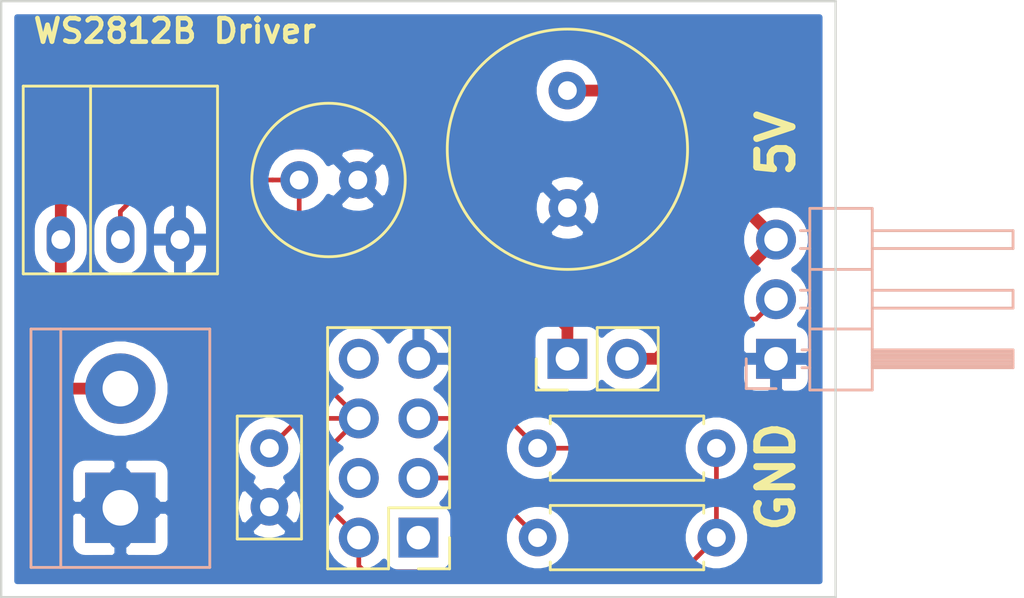
<source format=kicad_pcb>
(kicad_pcb (version 20171130) (host pcbnew 5.1.5+dfsg1-2build2)

  (general
    (thickness 1.6)
    (drawings 7)
    (tracks 43)
    (zones 0)
    (modules 10)
    (nets 7)
  )

  (page A4)
  (layers
    (0 F.Cu signal)
    (31 B.Cu signal)
    (32 B.Adhes user)
    (33 F.Adhes user)
    (34 B.Paste user)
    (35 F.Paste user)
    (36 B.SilkS user)
    (37 F.SilkS user)
    (38 B.Mask user)
    (39 F.Mask user)
    (40 Dwgs.User user)
    (41 Cmts.User user)
    (42 Eco1.User user)
    (43 Eco2.User user)
    (44 Edge.Cuts user)
    (45 Margin user)
    (46 B.CrtYd user)
    (47 F.CrtYd user)
    (48 B.Fab user)
    (49 F.Fab user)
  )

  (setup
    (last_trace_width 0.5)
    (user_trace_width 0.2)
    (user_trace_width 0.5)
    (user_trace_width 1)
    (user_trace_width 1.5)
    (trace_clearance 0.5)
    (zone_clearance 0.508)
    (zone_45_only no)
    (trace_min 0.2)
    (via_size 0.6)
    (via_drill 0.3)
    (via_min_size 0.6)
    (via_min_drill 0.3)
    (uvia_size 0.3)
    (uvia_drill 0.1)
    (uvias_allowed no)
    (uvia_min_size 0.2)
    (uvia_min_drill 0.1)
    (edge_width 0.05)
    (segment_width 0.2)
    (pcb_text_width 0.3)
    (pcb_text_size 1.5 1.5)
    (mod_edge_width 0.12)
    (mod_text_size 1 1)
    (mod_text_width 0.15)
    (pad_size 1.524 1.524)
    (pad_drill 0.762)
    (pad_to_mask_clearance 0.051)
    (solder_mask_min_width 0.25)
    (aux_axis_origin 124.46 115.57)
    (visible_elements FFFFFF7F)
    (pcbplotparams
      (layerselection 0x010fc_ffffffff)
      (usegerberextensions false)
      (usegerberattributes false)
      (usegerberadvancedattributes false)
      (creategerberjobfile false)
      (excludeedgelayer true)
      (linewidth 0.100000)
      (plotframeref false)
      (viasonmask false)
      (mode 1)
      (useauxorigin false)
      (hpglpennumber 1)
      (hpglpenspeed 20)
      (hpglpendiameter 15.000000)
      (psnegative false)
      (psa4output false)
      (plotreference true)
      (plotvalue true)
      (plotinvisibletext false)
      (padsonsilk false)
      (subtractmaskfromsilk false)
      (outputformat 1)
      (mirror false)
      (drillshape 0)
      (scaleselection 1)
      (outputdirectory ""))
  )

  (net 0 "")
  (net 1 "Net-(C1-Pad2)")
  (net 2 "Net-(C1-Pad1)")
  (net 3 "Net-(C2-Pad1)")
  (net 4 "Net-(J2-Pad2)")
  (net 5 "Net-(R2-Pad1)")
  (net 6 "Net-(J1-Pad2)")

  (net_class Default "This is the default net class."
    (clearance 0.5)
    (trace_width 0.2)
    (via_dia 0.6)
    (via_drill 0.3)
    (uvia_dia 0.3)
    (uvia_drill 0.1)
    (diff_pair_width 0.5)
    (diff_pair_gap 0.25)
    (add_net "Net-(C1-Pad1)")
    (add_net "Net-(C1-Pad2)")
    (add_net "Net-(C2-Pad1)")
    (add_net "Net-(J1-Pad2)")
    (add_net "Net-(J2-Pad2)")
    (add_net "Net-(R2-Pad1)")
    (add_net "Net-(U2-Pad1)")
    (add_net "Net-(U2-Pad4)")
    (add_net "Net-(U2-Pad8)")
  )

  (module TerminalBlock:TerminalBlock_bornier-2_P5.08mm (layer B.Cu) (tedit 59FF03AB) (tstamp 5FC40F8B)
    (at 130.81 110.49 90)
    (descr "simple 2-pin terminal block, pitch 5.08mm, revamped version of bornier2")
    (tags "terminal block bornier2")
    (path /5FC3D749)
    (fp_text reference J1 (at 11.43 10.16 -90) (layer B.SilkS) hide
      (effects (font (size 1 1) (thickness 0.15)) (justify mirror))
    )
    (fp_text value Screw_Terminal_01x02 (at 2.54 -5.08 -90) (layer B.Fab) hide
      (effects (font (size 1 1) (thickness 0.15)) (justify mirror))
    )
    (fp_line (start 7.79 -4) (end -2.71 -4) (layer B.CrtYd) (width 0.05))
    (fp_line (start 7.79 -4) (end 7.79 4) (layer B.CrtYd) (width 0.05))
    (fp_line (start -2.71 4) (end -2.71 -4) (layer B.CrtYd) (width 0.05))
    (fp_line (start -2.71 4) (end 7.79 4) (layer B.CrtYd) (width 0.05))
    (fp_line (start -2.54 -3.81) (end 7.62 -3.81) (layer B.SilkS) (width 0.12))
    (fp_line (start -2.54 3.81) (end -2.54 -3.81) (layer B.SilkS) (width 0.12))
    (fp_line (start 7.62 3.81) (end -2.54 3.81) (layer B.SilkS) (width 0.12))
    (fp_line (start 7.62 -3.81) (end 7.62 3.81) (layer B.SilkS) (width 0.12))
    (fp_line (start 7.62 -2.54) (end -2.54 -2.54) (layer B.SilkS) (width 0.12))
    (fp_line (start 7.54 3.75) (end -2.46 3.75) (layer B.Fab) (width 0.1))
    (fp_line (start 7.54 -3.75) (end 7.54 3.75) (layer B.Fab) (width 0.1))
    (fp_line (start -2.46 -3.75) (end 7.54 -3.75) (layer B.Fab) (width 0.1))
    (fp_line (start -2.46 3.75) (end -2.46 -3.75) (layer B.Fab) (width 0.1))
    (fp_line (start -2.41 -2.55) (end 7.49 -2.55) (layer B.Fab) (width 0.1))
    (fp_text user %R (at 2.54 0 -90) (layer B.Fab) hide
      (effects (font (size 1 1) (thickness 0.15)) (justify mirror))
    )
    (pad 2 thru_hole circle (at 5.08 0 90) (size 3 3) (drill 1.52) (layers *.Cu *.Mask)
      (net 6 "Net-(J1-Pad2)"))
    (pad 1 thru_hole rect (at 0 0 90) (size 3 3) (drill 1.52) (layers *.Cu *.Mask)
      (net 1 "Net-(C1-Pad2)"))
    (model ${KISYS3DMOD}/TerminalBlock.3dshapes/TerminalBlock_bornier-2_P5.08mm.wrl
      (offset (xyz 2.539999961853027 0 0))
      (scale (xyz 1 1 1))
      (rotate (xyz 0 0 0))
    )
  )

  (module Capacitor_THT:C_Radial_D6.3mm_H11.0mm_P2.50mm (layer F.Cu) (tedit 5BC5C9B9) (tstamp 5FC9F011)
    (at 138.43 96.52)
    (descr "C, Radial series, Radial, pin pitch=2.50mm, diameter=6.3mm, height=11mm, Non-Polar Electrolytic Capacitor")
    (tags "C Radial series Radial pin pitch 2.50mm diameter 6.3mm height 11mm Non-Polar Electrolytic Capacitor")
    (path /5FCE6F16)
    (fp_text reference C3 (at 1.25 -4.4) (layer F.SilkS) hide
      (effects (font (size 1 1) (thickness 0.15)))
    )
    (fp_text value 100uF (at 1.27 -2.54) (layer F.Fab) hide
      (effects (font (size 1 1) (thickness 0.15)))
    )
    (fp_text user %R (at 1.25 0) (layer F.Fab) hide
      (effects (font (size 1 1) (thickness 0.15)))
    )
    (fp_circle (center 1.25 0) (end 4.65 0) (layer F.CrtYd) (width 0.05))
    (fp_circle (center 1.25 0) (end 4.52 0) (layer F.SilkS) (width 0.12))
    (fp_circle (center 1.25 0) (end 4.4 0) (layer F.Fab) (width 0.1))
    (pad 2 thru_hole circle (at 2.5 0) (size 1.6 1.6) (drill 0.8) (layers *.Cu *.Mask)
      (net 1 "Net-(C1-Pad2)"))
    (pad 1 thru_hole circle (at 0 0) (size 1.6 1.6) (drill 0.8) (layers *.Cu *.Mask)
      (net 2 "Net-(C1-Pad1)"))
    (model ${KISYS3DMOD}/Capacitor_THT.3dshapes/C_Radial_D6.3mm_H11.0mm_P2.50mm.wrl
      (at (xyz 0 0 0))
      (scale (xyz 1 1 1))
      (rotate (xyz 0 0 0))
    )
  )

  (module Capacitor_THT:C_Radial_D10.0mm_H20.0mm_P5.00mm (layer F.Cu) (tedit 5BC5C9BA) (tstamp 5FC44566)
    (at 149.86 92.71 270)
    (descr "C, Radial series, Radial, pin pitch=5.00mm, diameter=10mm, height=20mm, Non-Polar Electrolytic Capacitor")
    (tags "C Radial series Radial pin pitch 5.00mm diameter 10mm height 20mm Non-Polar Electrolytic Capacitor")
    (path /5FC41AFE)
    (fp_text reference C2 (at 2.5 -6.25 90) (layer F.SilkS) hide
      (effects (font (size 1 1) (thickness 0.15)))
    )
    (fp_text value 1000uF (at 2.5 6.25 90) (layer F.Fab) hide
      (effects (font (size 1 1) (thickness 0.15)))
    )
    (fp_text user %R (at 2.5 0 90) (layer F.Fab) hide
      (effects (font (size 1 1) (thickness 0.15)))
    )
    (fp_circle (center 2.5 0) (end 7.75 0) (layer F.CrtYd) (width 0.05))
    (fp_circle (center 2.5 0) (end 7.62 0) (layer F.SilkS) (width 0.12))
    (fp_circle (center 2.5 0) (end 7.5 0) (layer F.Fab) (width 0.1))
    (pad 2 thru_hole circle (at 5 0 270) (size 1.6 1.6) (drill 0.8) (layers *.Cu *.Mask)
      (net 1 "Net-(C1-Pad2)"))
    (pad 1 thru_hole circle (at 0 0 270) (size 1.6 1.6) (drill 0.8) (layers *.Cu *.Mask)
      (net 3 "Net-(C2-Pad1)"))
    (model ${KISYS3DMOD}/Capacitor_THT.3dshapes/C_Radial_D10.0mm_H20.0mm_P5.00mm.wrl
      (at (xyz 0 0 0))
      (scale (xyz 1 1 1))
      (rotate (xyz 0 0 0))
    )
  )

  (module Connector_PinSocket_2.54mm:PinSocket_2x04_P2.54mm_Vertical (layer F.Cu) (tedit 5FC3BE4E) (tstamp 5FC40FFE)
    (at 140.97 111.76 180)
    (descr "Through hole straight socket strip, 2x04, 2.54mm pitch, double cols (from Kicad 4.0.7), script generated")
    (tags "Through hole socket strip THT 2x04 2.54mm double row")
    (path /5FD2F991)
    (fp_text reference U2 (at -3.81 -2.77 180) (layer F.SilkS) hide
      (effects (font (size 1 1) (thickness 0.15)))
    )
    (fp_text value ESP01 (at -3.81 10.39 180) (layer F.Fab) hide
      (effects (font (size 1 1) (thickness 0.15)))
    )
    (fp_text user %R (at -3.81 3.81 270) (layer F.Fab) hide
      (effects (font (size 1 1) (thickness 0.15)))
    )
    (fp_line (start 1.8 9.4) (end 1.8 -1.8) (layer F.CrtYd) (width 0.05))
    (fp_line (start -4.3 9.4) (end 1.8 9.4) (layer F.CrtYd) (width 0.05))
    (fp_line (start -4.3 -1.8) (end -4.3 9.4) (layer F.CrtYd) (width 0.05))
    (fp_line (start 1.8 -1.8) (end -4.3 -1.8) (layer F.CrtYd) (width 0.05))
    (fp_line (start -2.54 -1.33) (end -3.87 -1.33) (layer F.SilkS) (width 0.12))
    (fp_line (start -3.87 -1.33) (end -3.87 0) (layer F.SilkS) (width 0.12))
    (fp_line (start -1.27 -1.33) (end -1.27 1.27) (layer F.SilkS) (width 0.12))
    (fp_line (start -1.27 1.27) (end -3.87 1.27) (layer F.SilkS) (width 0.12))
    (fp_line (start -3.87 1.27) (end -3.87 8.95) (layer F.SilkS) (width 0.12))
    (fp_line (start 1.33 8.95) (end -3.87 8.95) (layer F.SilkS) (width 0.12))
    (fp_line (start 1.33 -1.33) (end 1.33 8.95) (layer F.SilkS) (width 0.12))
    (fp_line (start 1.33 -1.33) (end -1.27 -1.33) (layer F.SilkS) (width 0.12))
    (fp_line (start 1.27 8.89) (end 1.27 -1.27) (layer F.Fab) (width 0.1))
    (fp_line (start -3.81 8.89) (end 1.27 8.89) (layer F.Fab) (width 0.1))
    (fp_line (start -3.81 -0.27) (end -3.81 8.89) (layer F.Fab) (width 0.1))
    (fp_line (start -2.81 -1.27) (end -3.81 -0.27) (layer F.Fab) (width 0.1))
    (fp_line (start 1.27 -1.27) (end -2.81 -1.27) (layer F.Fab) (width 0.1))
    (pad 8 thru_hole oval (at 0 7.62 180) (size 1.7 1.7) (drill 1) (layers *.Cu *.Mask))
    (pad 7 thru_hole oval (at -2.54 7.62 180) (size 1.7 1.7) (drill 1) (layers *.Cu *.Mask)
      (net 1 "Net-(C1-Pad2)"))
    (pad 6 thru_hole oval (at 0 5.08 180) (size 1.7 1.7) (drill 1) (layers *.Cu *.Mask)
      (net 2 "Net-(C1-Pad1)"))
    (pad 5 thru_hole oval (at -2.54 5.08 180) (size 1.7 1.7) (drill 1) (layers *.Cu *.Mask)
      (net 4 "Net-(J2-Pad2)"))
    (pad 4 thru_hole oval (at 0 2.54 180) (size 1.7 1.7) (drill 1) (layers *.Cu *.Mask))
    (pad 3 thru_hole oval (at -2.54 2.54 180) (size 1.7 1.7) (drill 1) (layers *.Cu *.Mask)
      (net 5 "Net-(R2-Pad1)"))
    (pad 2 thru_hole oval (at 0 0 180) (size 1.7 1.7) (drill 1) (layers *.Cu *.Mask)
      (net 2 "Net-(C1-Pad1)"))
    (pad 1 thru_hole rect (at -2.54 0 180) (size 1.7 1.7) (drill 1) (layers *.Cu *.Mask))
    (model ${KISYS3DMOD}/Connector_PinSocket_2.54mm.3dshapes/PinSocket_2x04_P2.54mm_Vertical.wrl
      (at (xyz 0 0 0))
      (scale (xyz 1 1 1))
      (rotate (xyz 0 0 0))
    )
  )

  (module Connector_PinHeader_2.54mm:PinHeader_1x03_P2.54mm_Horizontal (layer B.Cu) (tedit 59FED5CB) (tstamp 5FC40FA2)
    (at 158.75 104.14)
    (descr "Through hole angled pin header, 1x03, 2.54mm pitch, 6mm pin length, single row")
    (tags "Through hole angled pin header THT 1x03 2.54mm single row")
    (path /5FC43EC4)
    (fp_text reference J2 (at 4.385 -4.81) (layer F.SilkS) hide
      (effects (font (size 1 1) (thickness 0.15)))
    )
    (fp_text value Conn_01x03_Male (at 4.385 4.81) (layer F.Fab) hide
      (effects (font (size 1 1) (thickness 0.15)))
    )
    (fp_text user %R (at 2.77 0 90) (layer F.Fab) hide
      (effects (font (size 1 1) (thickness 0.15)))
    )
    (fp_line (start 10.55 1.8) (end -1.8 1.8) (layer B.CrtYd) (width 0.05))
    (fp_line (start 10.55 -6.85) (end 10.55 1.8) (layer B.CrtYd) (width 0.05))
    (fp_line (start -1.8 -6.85) (end 10.55 -6.85) (layer B.CrtYd) (width 0.05))
    (fp_line (start -1.8 1.8) (end -1.8 -6.85) (layer B.CrtYd) (width 0.05))
    (fp_line (start -1.27 1.27) (end 0 1.27) (layer B.SilkS) (width 0.12))
    (fp_line (start -1.27 0) (end -1.27 1.27) (layer B.SilkS) (width 0.12))
    (fp_line (start 1.042929 -5.46) (end 1.44 -5.46) (layer B.SilkS) (width 0.12))
    (fp_line (start 1.042929 -4.7) (end 1.44 -4.7) (layer B.SilkS) (width 0.12))
    (fp_line (start 10.1 -5.46) (end 4.1 -5.46) (layer B.SilkS) (width 0.12))
    (fp_line (start 10.1 -4.7) (end 10.1 -5.46) (layer B.SilkS) (width 0.12))
    (fp_line (start 4.1 -4.7) (end 10.1 -4.7) (layer B.SilkS) (width 0.12))
    (fp_line (start 1.44 -3.81) (end 4.1 -3.81) (layer B.SilkS) (width 0.12))
    (fp_line (start 1.042929 -2.92) (end 1.44 -2.92) (layer B.SilkS) (width 0.12))
    (fp_line (start 1.042929 -2.16) (end 1.44 -2.16) (layer B.SilkS) (width 0.12))
    (fp_line (start 10.1 -2.92) (end 4.1 -2.92) (layer B.SilkS) (width 0.12))
    (fp_line (start 10.1 -2.16) (end 10.1 -2.92) (layer B.SilkS) (width 0.12))
    (fp_line (start 4.1 -2.16) (end 10.1 -2.16) (layer B.SilkS) (width 0.12))
    (fp_line (start 1.44 -1.27) (end 4.1 -1.27) (layer B.SilkS) (width 0.12))
    (fp_line (start 1.11 -0.38) (end 1.44 -0.38) (layer B.SilkS) (width 0.12))
    (fp_line (start 1.11 0.38) (end 1.44 0.38) (layer B.SilkS) (width 0.12))
    (fp_line (start 4.1 -0.28) (end 10.1 -0.28) (layer B.SilkS) (width 0.12))
    (fp_line (start 4.1 -0.16) (end 10.1 -0.16) (layer B.SilkS) (width 0.12))
    (fp_line (start 4.1 -0.04) (end 10.1 -0.04) (layer B.SilkS) (width 0.12))
    (fp_line (start 4.1 0.08) (end 10.1 0.08) (layer B.SilkS) (width 0.12))
    (fp_line (start 4.1 0.2) (end 10.1 0.2) (layer B.SilkS) (width 0.12))
    (fp_line (start 4.1 0.32) (end 10.1 0.32) (layer B.SilkS) (width 0.12))
    (fp_line (start 10.1 -0.38) (end 4.1 -0.38) (layer B.SilkS) (width 0.12))
    (fp_line (start 10.1 0.38) (end 10.1 -0.38) (layer B.SilkS) (width 0.12))
    (fp_line (start 4.1 0.38) (end 10.1 0.38) (layer B.SilkS) (width 0.12))
    (fp_line (start 4.1 1.33) (end 1.44 1.33) (layer B.SilkS) (width 0.12))
    (fp_line (start 4.1 -6.41) (end 4.1 1.33) (layer B.SilkS) (width 0.12))
    (fp_line (start 1.44 -6.41) (end 4.1 -6.41) (layer B.SilkS) (width 0.12))
    (fp_line (start 1.44 1.33) (end 1.44 -6.41) (layer B.SilkS) (width 0.12))
    (fp_line (start 4.04 -5.4) (end 10.04 -5.4) (layer B.Fab) (width 0.1))
    (fp_line (start 10.04 -4.76) (end 10.04 -5.4) (layer B.Fab) (width 0.1))
    (fp_line (start 4.04 -4.76) (end 10.04 -4.76) (layer B.Fab) (width 0.1))
    (fp_line (start -0.32 -5.4) (end 1.5 -5.4) (layer B.Fab) (width 0.1))
    (fp_line (start -0.32 -4.76) (end -0.32 -5.4) (layer B.Fab) (width 0.1))
    (fp_line (start -0.32 -4.76) (end 1.5 -4.76) (layer B.Fab) (width 0.1))
    (fp_line (start 4.04 -2.86) (end 10.04 -2.86) (layer B.Fab) (width 0.1))
    (fp_line (start 10.04 -2.22) (end 10.04 -2.86) (layer B.Fab) (width 0.1))
    (fp_line (start 4.04 -2.22) (end 10.04 -2.22) (layer B.Fab) (width 0.1))
    (fp_line (start -0.32 -2.86) (end 1.5 -2.86) (layer B.Fab) (width 0.1))
    (fp_line (start -0.32 -2.22) (end -0.32 -2.86) (layer B.Fab) (width 0.1))
    (fp_line (start -0.32 -2.22) (end 1.5 -2.22) (layer B.Fab) (width 0.1))
    (fp_line (start 4.04 -0.32) (end 10.04 -0.32) (layer B.Fab) (width 0.1))
    (fp_line (start 10.04 0.32) (end 10.04 -0.32) (layer B.Fab) (width 0.1))
    (fp_line (start 4.04 0.32) (end 10.04 0.32) (layer B.Fab) (width 0.1))
    (fp_line (start -0.32 -0.32) (end 1.5 -0.32) (layer B.Fab) (width 0.1))
    (fp_line (start -0.32 0.32) (end -0.32 -0.32) (layer B.Fab) (width 0.1))
    (fp_line (start -0.32 0.32) (end 1.5 0.32) (layer B.Fab) (width 0.1))
    (fp_line (start 1.5 0.635) (end 2.135 1.27) (layer B.Fab) (width 0.1))
    (fp_line (start 1.5 -6.35) (end 1.5 0.635) (layer B.Fab) (width 0.1))
    (fp_line (start 4.04 -6.35) (end 1.5 -6.35) (layer B.Fab) (width 0.1))
    (fp_line (start 4.04 1.27) (end 4.04 -6.35) (layer B.Fab) (width 0.1))
    (fp_line (start 2.135 1.27) (end 4.04 1.27) (layer B.Fab) (width 0.1))
    (pad 3 thru_hole oval (at 0 -5.08) (size 1.7 1.7) (drill 1) (layers *.Cu *.Mask)
      (net 3 "Net-(C2-Pad1)"))
    (pad 2 thru_hole oval (at 0 -2.54) (size 1.7 1.7) (drill 1) (layers *.Cu *.Mask)
      (net 4 "Net-(J2-Pad2)"))
    (pad 1 thru_hole rect (at 0 0) (size 1.7 1.7) (drill 1) (layers *.Cu *.Mask)
      (net 1 "Net-(C1-Pad2)"))
    (model ${KISYS3DMOD}/Connector_PinHeader_2.54mm.3dshapes/PinHeader_1x03_P2.54mm_Horizontal.wrl
      (at (xyz 0 0 0))
      (scale (xyz 1 1 1))
      (rotate (xyz 0 0 0))
    )
  )

  (module Connector_PinHeader_2.54mm:PinHeader_1x02_P2.54mm_Vertical (layer F.Cu) (tedit 59FED5CC) (tstamp 5FC427A6)
    (at 149.86 104.14 90)
    (descr "Through hole straight pin header, 1x02, 2.54mm pitch, single row")
    (tags "Through hole pin header THT 1x02 2.54mm single row")
    (path /5FD5CD70)
    (fp_text reference SW1 (at 0 -2.33 90) (layer F.SilkS) hide
      (effects (font (size 1 1) (thickness 0.15)))
    )
    (fp_text value SW_SPST (at 2.54 1.27 180) (layer F.Fab) hide
      (effects (font (size 1 1) (thickness 0.15)))
    )
    (fp_text user %R (at 0 1.27) (layer F.Fab) hide
      (effects (font (size 1 1) (thickness 0.15)))
    )
    (fp_line (start 1.8 -1.8) (end -1.8 -1.8) (layer F.CrtYd) (width 0.05))
    (fp_line (start 1.8 4.35) (end 1.8 -1.8) (layer F.CrtYd) (width 0.05))
    (fp_line (start -1.8 4.35) (end 1.8 4.35) (layer F.CrtYd) (width 0.05))
    (fp_line (start -1.8 -1.8) (end -1.8 4.35) (layer F.CrtYd) (width 0.05))
    (fp_line (start -1.33 -1.33) (end 0 -1.33) (layer F.SilkS) (width 0.12))
    (fp_line (start -1.33 0) (end -1.33 -1.33) (layer F.SilkS) (width 0.12))
    (fp_line (start -1.33 1.27) (end 1.33 1.27) (layer F.SilkS) (width 0.12))
    (fp_line (start 1.33 1.27) (end 1.33 3.87) (layer F.SilkS) (width 0.12))
    (fp_line (start -1.33 1.27) (end -1.33 3.87) (layer F.SilkS) (width 0.12))
    (fp_line (start -1.33 3.87) (end 1.33 3.87) (layer F.SilkS) (width 0.12))
    (fp_line (start -1.27 -0.635) (end -0.635 -1.27) (layer F.Fab) (width 0.1))
    (fp_line (start -1.27 3.81) (end -1.27 -0.635) (layer F.Fab) (width 0.1))
    (fp_line (start 1.27 3.81) (end -1.27 3.81) (layer F.Fab) (width 0.1))
    (fp_line (start 1.27 -1.27) (end 1.27 3.81) (layer F.Fab) (width 0.1))
    (fp_line (start -0.635 -1.27) (end 1.27 -1.27) (layer F.Fab) (width 0.1))
    (pad 2 thru_hole oval (at 0 2.54 90) (size 1.7 1.7) (drill 1) (layers *.Cu *.Mask)
      (net 3 "Net-(C2-Pad1)"))
    (pad 1 thru_hole rect (at 0 0 90) (size 1.7 1.7) (drill 1) (layers *.Cu *.Mask)
      (net 6 "Net-(J1-Pad2)"))
    (model ${KISYS3DMOD}/Connector_PinHeader_2.54mm.3dshapes/PinHeader_1x02_P2.54mm_Vertical.wrl
      (at (xyz 0 0 0))
      (scale (xyz 1 1 1))
      (rotate (xyz 0 0 0))
    )
  )

  (module Custom_Parts:AMS1117 (layer F.Cu) (tedit 5FC38A2C) (tstamp 5FC40FE0)
    (at 130.81 96.52)
    (path /5FC3EA69)
    (fp_text reference U1 (at 0 5) (layer F.SilkS) hide
      (effects (font (size 1 1) (thickness 0.15)))
    )
    (fp_text value AMS1117-3.3 (at 0 -5) (layer F.Fab) hide
      (effects (font (size 1 1) (thickness 0.15)))
    )
    (fp_line (start -3.39 3.79) (end -3.39 1.29) (layer F.CrtYd) (width 0.05))
    (fp_line (start 3.39 3.79) (end -3.39 3.79) (layer F.CrtYd) (width 0.05))
    (fp_line (start 3.39 1.29) (end 3.39 3.79) (layer F.CrtYd) (width 0.05))
    (fp_line (start -3.39 1.29) (end 3.39 1.29) (layer F.CrtYd) (width 0.05))
    (fp_line (start -1.27 -4) (end -1.27 4) (layer F.SilkS) (width 0.12))
    (fp_line (start -4.14 4) (end -4.14 -4) (layer F.SilkS) (width 0.12))
    (fp_line (start 4.14 4) (end -4.14 4) (layer F.SilkS) (width 0.12))
    (fp_line (start 4.14 -4) (end 4.14 4) (layer F.SilkS) (width 0.12))
    (fp_line (start -4.14 -4) (end 4.14 -4) (layer F.SilkS) (width 0.12))
    (pad 1 thru_hole oval (at 2.54 2.54) (size 1.2 2) (drill 0.8) (layers *.Cu *.Mask)
      (net 1 "Net-(C1-Pad2)"))
    (pad 2 thru_hole oval (at 0 2.54) (size 1.2 2) (drill 0.8) (layers *.Cu *.Mask)
      (net 2 "Net-(C1-Pad1)"))
    (pad 3 thru_hole oval (at -2.54 2.54 180) (size 1.2 2) (drill 0.8) (layers *.Cu *.Mask)
      (net 6 "Net-(J1-Pad2)"))
  )

  (module Resistor_THT:R_Axial_DIN0207_L6.3mm_D2.5mm_P7.62mm_Horizontal (layer F.Cu) (tedit 5AE5139B) (tstamp 5FC41813)
    (at 148.59 111.76)
    (descr "Resistor, Axial_DIN0207 series, Axial, Horizontal, pin pitch=7.62mm, 0.25W = 1/4W, length*diameter=6.3*2.5mm^2, http://cdn-reichelt.de/documents/datenblatt/B400/1_4W%23YAG.pdf")
    (tags "Resistor Axial_DIN0207 series Axial Horizontal pin pitch 7.62mm 0.25W = 1/4W length 6.3mm diameter 2.5mm")
    (path /5FC40741)
    (fp_text reference R2 (at 3.81 -2.37) (layer F.SilkS) hide
      (effects (font (size 1 1) (thickness 0.15)))
    )
    (fp_text value 10K (at 3.81 0) (layer F.Fab) hide
      (effects (font (size 1 1) (thickness 0.15)))
    )
    (fp_text user %R (at 3.81 0) (layer F.Fab) hide
      (effects (font (size 1 1) (thickness 0.15)))
    )
    (fp_line (start 8.67 -1.5) (end -1.05 -1.5) (layer F.CrtYd) (width 0.05))
    (fp_line (start 8.67 1.5) (end 8.67 -1.5) (layer F.CrtYd) (width 0.05))
    (fp_line (start -1.05 1.5) (end 8.67 1.5) (layer F.CrtYd) (width 0.05))
    (fp_line (start -1.05 -1.5) (end -1.05 1.5) (layer F.CrtYd) (width 0.05))
    (fp_line (start 7.08 1.37) (end 7.08 1.04) (layer F.SilkS) (width 0.12))
    (fp_line (start 0.54 1.37) (end 7.08 1.37) (layer F.SilkS) (width 0.12))
    (fp_line (start 0.54 1.04) (end 0.54 1.37) (layer F.SilkS) (width 0.12))
    (fp_line (start 7.08 -1.37) (end 7.08 -1.04) (layer F.SilkS) (width 0.12))
    (fp_line (start 0.54 -1.37) (end 7.08 -1.37) (layer F.SilkS) (width 0.12))
    (fp_line (start 0.54 -1.04) (end 0.54 -1.37) (layer F.SilkS) (width 0.12))
    (fp_line (start 7.62 0) (end 6.96 0) (layer F.Fab) (width 0.1))
    (fp_line (start 0 0) (end 0.66 0) (layer F.Fab) (width 0.1))
    (fp_line (start 6.96 -1.25) (end 0.66 -1.25) (layer F.Fab) (width 0.1))
    (fp_line (start 6.96 1.25) (end 6.96 -1.25) (layer F.Fab) (width 0.1))
    (fp_line (start 0.66 1.25) (end 6.96 1.25) (layer F.Fab) (width 0.1))
    (fp_line (start 0.66 -1.25) (end 0.66 1.25) (layer F.Fab) (width 0.1))
    (pad 2 thru_hole oval (at 7.62 0) (size 1.6 1.6) (drill 0.8) (layers *.Cu *.Mask)
      (net 2 "Net-(C1-Pad1)"))
    (pad 1 thru_hole circle (at 0 0) (size 1.6 1.6) (drill 0.8) (layers *.Cu *.Mask)
      (net 5 "Net-(R2-Pad1)"))
    (model ${KISYS3DMOD}/Resistor_THT.3dshapes/R_Axial_DIN0207_L6.3mm_D2.5mm_P7.62mm_Horizontal.wrl
      (at (xyz 0 0 0))
      (scale (xyz 1 1 1))
      (rotate (xyz 0 0 0))
    )
  )

  (module Resistor_THT:R_Axial_DIN0207_L6.3mm_D2.5mm_P7.62mm_Horizontal (layer F.Cu) (tedit 5AE5139B) (tstamp 5FC40FB9)
    (at 148.59 107.95)
    (descr "Resistor, Axial_DIN0207 series, Axial, Horizontal, pin pitch=7.62mm, 0.25W = 1/4W, length*diameter=6.3*2.5mm^2, http://cdn-reichelt.de/documents/datenblatt/B400/1_4W%23YAG.pdf")
    (tags "Resistor Axial_DIN0207 series Axial Horizontal pin pitch 7.62mm 0.25W = 1/4W length 6.3mm diameter 2.5mm")
    (path /5FC4109A)
    (fp_text reference R1 (at 3.81 -2.37 180) (layer F.SilkS) hide
      (effects (font (size 1 1) (thickness 0.15)))
    )
    (fp_text value 10K (at 3.81 0) (layer F.Fab) hide
      (effects (font (size 1 1) (thickness 0.15)))
    )
    (fp_text user %R (at 3.81 0) (layer F.Fab) hide
      (effects (font (size 1 1) (thickness 0.15)))
    )
    (fp_line (start 8.67 -1.5) (end -1.05 -1.5) (layer F.CrtYd) (width 0.05))
    (fp_line (start 8.67 1.5) (end 8.67 -1.5) (layer F.CrtYd) (width 0.05))
    (fp_line (start -1.05 1.5) (end 8.67 1.5) (layer F.CrtYd) (width 0.05))
    (fp_line (start -1.05 -1.5) (end -1.05 1.5) (layer F.CrtYd) (width 0.05))
    (fp_line (start 7.08 1.37) (end 7.08 1.04) (layer F.SilkS) (width 0.12))
    (fp_line (start 0.54 1.37) (end 7.08 1.37) (layer F.SilkS) (width 0.12))
    (fp_line (start 0.54 1.04) (end 0.54 1.37) (layer F.SilkS) (width 0.12))
    (fp_line (start 7.08 -1.37) (end 7.08 -1.04) (layer F.SilkS) (width 0.12))
    (fp_line (start 0.54 -1.37) (end 7.08 -1.37) (layer F.SilkS) (width 0.12))
    (fp_line (start 0.54 -1.04) (end 0.54 -1.37) (layer F.SilkS) (width 0.12))
    (fp_line (start 7.62 0) (end 6.96 0) (layer F.Fab) (width 0.1))
    (fp_line (start 0 0) (end 0.66 0) (layer F.Fab) (width 0.1))
    (fp_line (start 6.96 -1.25) (end 0.66 -1.25) (layer F.Fab) (width 0.1))
    (fp_line (start 6.96 1.25) (end 6.96 -1.25) (layer F.Fab) (width 0.1))
    (fp_line (start 0.66 1.25) (end 6.96 1.25) (layer F.Fab) (width 0.1))
    (fp_line (start 0.66 -1.25) (end 0.66 1.25) (layer F.Fab) (width 0.1))
    (pad 2 thru_hole oval (at 7.62 0) (size 1.6 1.6) (drill 0.8) (layers *.Cu *.Mask)
      (net 2 "Net-(C1-Pad1)"))
    (pad 1 thru_hole circle (at 0 0) (size 1.6 1.6) (drill 0.8) (layers *.Cu *.Mask)
      (net 4 "Net-(J2-Pad2)"))
    (model ${KISYS3DMOD}/Resistor_THT.3dshapes/R_Axial_DIN0207_L6.3mm_D2.5mm_P7.62mm_Horizontal.wrl
      (at (xyz 0 0 0))
      (scale (xyz 1 1 1))
      (rotate (xyz 0 0 0))
    )
  )

  (module Capacitor_THT:C_Disc_D5.0mm_W2.5mm_P2.50mm (layer F.Cu) (tedit 5AE50EF0) (tstamp 5FC40F4B)
    (at 137.16 107.95 270)
    (descr "C, Disc series, Radial, pin pitch=2.50mm, , diameter*width=5*2.5mm^2, Capacitor, http://cdn-reichelt.de/documents/datenblatt/B300/DS_KERKO_TC.pdf")
    (tags "C Disc series Radial pin pitch 2.50mm  diameter 5mm width 2.5mm Capacitor")
    (path /5FC4314D)
    (fp_text reference C1 (at 1.25 -2.5 90) (layer F.SilkS) hide
      (effects (font (size 1 1) (thickness 0.15)))
    )
    (fp_text value 100nF (at 1.25 2.5 90) (layer F.Fab) hide
      (effects (font (size 1 1) (thickness 0.15)))
    )
    (fp_text user %R (at 1.25 0 90) (layer F.Fab) hide
      (effects (font (size 1 1) (thickness 0.15)))
    )
    (fp_line (start 4 -1.5) (end -1.5 -1.5) (layer F.CrtYd) (width 0.05))
    (fp_line (start 4 1.5) (end 4 -1.5) (layer F.CrtYd) (width 0.05))
    (fp_line (start -1.5 1.5) (end 4 1.5) (layer F.CrtYd) (width 0.05))
    (fp_line (start -1.5 -1.5) (end -1.5 1.5) (layer F.CrtYd) (width 0.05))
    (fp_line (start 3.87 -1.37) (end 3.87 1.37) (layer F.SilkS) (width 0.12))
    (fp_line (start -1.37 -1.37) (end -1.37 1.37) (layer F.SilkS) (width 0.12))
    (fp_line (start -1.37 1.37) (end 3.87 1.37) (layer F.SilkS) (width 0.12))
    (fp_line (start -1.37 -1.37) (end 3.87 -1.37) (layer F.SilkS) (width 0.12))
    (fp_line (start 3.75 -1.25) (end -1.25 -1.25) (layer F.Fab) (width 0.1))
    (fp_line (start 3.75 1.25) (end 3.75 -1.25) (layer F.Fab) (width 0.1))
    (fp_line (start -1.25 1.25) (end 3.75 1.25) (layer F.Fab) (width 0.1))
    (fp_line (start -1.25 -1.25) (end -1.25 1.25) (layer F.Fab) (width 0.1))
    (pad 2 thru_hole circle (at 2.5 0 270) (size 1.6 1.6) (drill 0.8) (layers *.Cu *.Mask)
      (net 1 "Net-(C1-Pad2)"))
    (pad 1 thru_hole circle (at 0 0 270) (size 1.6 1.6) (drill 0.8) (layers *.Cu *.Mask)
      (net 2 "Net-(C1-Pad1)"))
    (model ${KISYS3DMOD}/Capacitor_THT.3dshapes/C_Disc_D5.0mm_W2.5mm_P2.50mm.wrl
      (at (xyz 0 0 0))
      (scale (xyz 1 1 1))
      (rotate (xyz 0 0 0))
    )
  )

  (gr_text GND (at 158.75 106.68 90) (layer F.SilkS)
    (effects (font (size 1.5 1.5) (thickness 0.3)) (justify right))
  )
  (gr_text 5V (at 158.75 96.52 90) (layer F.SilkS)
    (effects (font (size 1.5 1.5) (thickness 0.3)) (justify left))
  )
  (gr_text "WS2812B Driver" (at 127 90.17) (layer F.SilkS) (tstamp 5FC9F529)
    (effects (font (size 1 1) (thickness 0.2)) (justify left))
  )
  (gr_line (start 161.29 88.9) (end 161.29 114.3) (layer Edge.Cuts) (width 0.1))
  (gr_line (start 125.73 88.9) (end 161.29 88.9) (layer Edge.Cuts) (width 0.1))
  (gr_line (start 125.73 114.3) (end 125.73 88.9) (layer Edge.Cuts) (width 0.1))
  (gr_line (start 161.29 114.3) (end 125.73 114.3) (layer Edge.Cuts) (width 0.1))

  (segment (start 130.81 110.49) (end 132.08 110.49) (width 1) (layer B.Cu) (net 1))
  (segment (start 132.08 110.49) (end 129.54 110.49) (width 1) (layer B.Cu) (net 1))
  (segment (start 130.81 110.49) (end 130.81 109.22) (width 1) (layer B.Cu) (net 1))
  (segment (start 130.81 110.49) (end 130.81 111.76) (width 1) (layer B.Cu) (net 1))
  (segment (start 138.43 106.68) (end 137.16 107.95) (width 0.2) (layer F.Cu) (net 2))
  (segment (start 140.97 106.68) (end 138.43 106.68) (width 0.2) (layer F.Cu) (net 2))
  (segment (start 140.120001 110.910001) (end 140.97 111.76) (width 0.2) (layer F.Cu) (net 2))
  (segment (start 139.519999 110.309999) (end 140.120001 110.910001) (width 0.2) (layer F.Cu) (net 2))
  (segment (start 139.519999 108.130001) (end 139.519999 110.309999) (width 0.2) (layer F.Cu) (net 2))
  (segment (start 140.97 106.68) (end 139.519999 108.130001) (width 0.2) (layer F.Cu) (net 2))
  (segment (start 155.410001 112.559999) (end 156.21 111.76) (width 0.2) (layer F.Cu) (net 2))
  (segment (start 154.759999 113.210001) (end 155.410001 112.559999) (width 0.2) (layer F.Cu) (net 2))
  (segment (start 140.97 112.962081) (end 141.21792 113.210001) (width 0.2) (layer F.Cu) (net 2))
  (segment (start 141.21792 113.210001) (end 154.759999 113.210001) (width 0.2) (layer F.Cu) (net 2))
  (segment (start 140.97 111.76) (end 140.97 112.962081) (width 0.2) (layer F.Cu) (net 2))
  (segment (start 156.21 111.76) (end 156.21 107.95) (width 0.2) (layer F.Cu) (net 2))
  (segment (start 132.15 96.52) (end 137.29863 96.52) (width 0.2) (layer F.Cu) (net 2))
  (segment (start 137.29863 96.52) (end 138.43 96.52) (width 0.2) (layer F.Cu) (net 2))
  (segment (start 130.81 97.86) (end 132.15 96.52) (width 0.2) (layer F.Cu) (net 2))
  (segment (start 130.81 99.06) (end 130.81 97.86) (width 0.2) (layer F.Cu) (net 2))
  (segment (start 138.43 104.14) (end 140.97 106.68) (width 0.2) (layer F.Cu) (net 2))
  (segment (start 138.43 96.52) (end 138.43 104.14) (width 0.2) (layer F.Cu) (net 2))
  (segment (start 153.67 104.14) (end 158.75 99.06) (width 0.5) (layer F.Cu) (net 3))
  (segment (start 152.4 104.14) (end 153.67 104.14) (width 0.5) (layer F.Cu) (net 3))
  (segment (start 152.4 92.71) (end 158.75 99.06) (width 0.5) (layer F.Cu) (net 3))
  (segment (start 149.86 92.71) (end 152.4 92.71) (width 0.5) (layer F.Cu) (net 3))
  (segment (start 147.32 106.68) (end 148.59 107.95) (width 0.2) (layer F.Cu) (net 4))
  (segment (start 143.51 106.68) (end 147.32 106.68) (width 0.2) (layer F.Cu) (net 4))
  (segment (start 157.900001 102.449999) (end 158.75 101.6) (width 0.2) (layer F.Cu) (net 4))
  (segment (start 152.159998 107.95) (end 157.659999 102.449999) (width 0.2) (layer F.Cu) (net 4))
  (segment (start 157.659999 102.449999) (end 157.900001 102.449999) (width 0.2) (layer F.Cu) (net 4))
  (segment (start 148.59 107.95) (end 152.159998 107.95) (width 0.2) (layer F.Cu) (net 4))
  (segment (start 146.05 109.22) (end 148.59 111.76) (width 0.2) (layer F.Cu) (net 5))
  (segment (start 143.51 109.22) (end 146.05 109.22) (width 0.2) (layer F.Cu) (net 5))
  (segment (start 128.27 100.56) (end 128.27 99.06) (width 0.5) (layer F.Cu) (net 6))
  (segment (start 128.27 104.99132) (end 128.27 100.56) (width 0.5) (layer F.Cu) (net 6))
  (segment (start 128.68868 105.41) (end 128.27 104.99132) (width 0.5) (layer F.Cu) (net 6))
  (segment (start 130.81 105.41) (end 128.68868 105.41) (width 0.5) (layer F.Cu) (net 6))
  (segment (start 149.86 102.79) (end 149.86 104.14) (width 0.5) (layer F.Cu) (net 6))
  (segment (start 130.860001 94.969999) (end 142.039999 94.969999) (width 0.5) (layer F.Cu) (net 6))
  (segment (start 128.27 97.56) (end 130.860001 94.969999) (width 0.5) (layer F.Cu) (net 6))
  (segment (start 142.039999 94.969999) (end 149.86 102.79) (width 0.5) (layer F.Cu) (net 6))
  (segment (start 128.27 99.06) (end 128.27 97.56) (width 0.5) (layer F.Cu) (net 6))

  (zone (net 1) (net_name "Net-(C1-Pad2)") (layer B.Cu) (tstamp 0) (hatch edge 0.508)
    (connect_pads (clearance 0.508))
    (min_thickness 0.254)
    (fill yes (arc_segments 32) (thermal_gap 0.508) (thermal_bridge_width 0.508))
    (polygon
      (pts
        (xy 161.29 114.3) (xy 125.73 114.3) (xy 125.73 88.9) (xy 161.29 88.9)
      )
    )
    (filled_polygon
      (pts
        (xy 160.605001 113.615) (xy 126.415 113.615) (xy 126.415 111.99) (xy 128.671928 111.99) (xy 128.684188 112.114482)
        (xy 128.720498 112.23418) (xy 128.779463 112.344494) (xy 128.858815 112.441185) (xy 128.955506 112.520537) (xy 129.06582 112.579502)
        (xy 129.185518 112.615812) (xy 129.31 112.628072) (xy 130.52425 112.625) (xy 130.683 112.46625) (xy 130.683 110.617)
        (xy 130.937 110.617) (xy 130.937 112.46625) (xy 131.09575 112.625) (xy 132.31 112.628072) (xy 132.434482 112.615812)
        (xy 132.55418 112.579502) (xy 132.664494 112.520537) (xy 132.761185 112.441185) (xy 132.840537 112.344494) (xy 132.899502 112.23418)
        (xy 132.935812 112.114482) (xy 132.948072 111.99) (xy 132.946688 111.442702) (xy 136.346903 111.442702) (xy 136.418486 111.686671)
        (xy 136.673996 111.807571) (xy 136.948184 111.8763) (xy 137.230512 111.890217) (xy 137.51013 111.848787) (xy 137.776292 111.753603)
        (xy 137.901514 111.686671) (xy 137.973097 111.442702) (xy 137.16 110.629605) (xy 136.346903 111.442702) (xy 132.946688 111.442702)
        (xy 132.945 110.77575) (xy 132.78625 110.617) (xy 130.937 110.617) (xy 130.683 110.617) (xy 128.83375 110.617)
        (xy 128.675 110.77575) (xy 128.671928 111.99) (xy 126.415 111.99) (xy 126.415 110.520512) (xy 135.719783 110.520512)
        (xy 135.761213 110.80013) (xy 135.856397 111.066292) (xy 135.923329 111.191514) (xy 136.167298 111.263097) (xy 136.980395 110.45)
        (xy 137.339605 110.45) (xy 138.152702 111.263097) (xy 138.396671 111.191514) (xy 138.517571 110.936004) (xy 138.5863 110.661816)
        (xy 138.600217 110.379488) (xy 138.558787 110.09987) (xy 138.463603 109.833708) (xy 138.396671 109.708486) (xy 138.152702 109.636903)
        (xy 137.339605 110.45) (xy 136.980395 110.45) (xy 136.167298 109.636903) (xy 135.923329 109.708486) (xy 135.802429 109.963996)
        (xy 135.7337 110.238184) (xy 135.719783 110.520512) (xy 126.415 110.520512) (xy 126.415 108.99) (xy 128.671928 108.99)
        (xy 128.675 110.20425) (xy 128.83375 110.363) (xy 130.683 110.363) (xy 130.683 108.51375) (xy 130.937 108.51375)
        (xy 130.937 110.363) (xy 132.78625 110.363) (xy 132.945 110.20425) (xy 132.948072 108.99) (xy 132.935812 108.865518)
        (xy 132.899502 108.74582) (xy 132.840537 108.635506) (xy 132.761185 108.538815) (xy 132.664494 108.459463) (xy 132.55418 108.400498)
        (xy 132.434482 108.364188) (xy 132.31 108.351928) (xy 131.09575 108.355) (xy 130.937 108.51375) (xy 130.683 108.51375)
        (xy 130.52425 108.355) (xy 129.31 108.351928) (xy 129.185518 108.364188) (xy 129.06582 108.400498) (xy 128.955506 108.459463)
        (xy 128.858815 108.538815) (xy 128.779463 108.635506) (xy 128.720498 108.74582) (xy 128.684188 108.865518) (xy 128.671928 108.99)
        (xy 126.415 108.99) (xy 126.415 107.808665) (xy 135.725 107.808665) (xy 135.725 108.091335) (xy 135.780147 108.368574)
        (xy 135.88832 108.629727) (xy 136.045363 108.864759) (xy 136.245241 109.064637) (xy 136.445869 109.198692) (xy 136.418486 109.213329)
        (xy 136.346903 109.457298) (xy 137.16 110.270395) (xy 137.973097 109.457298) (xy 137.901514 109.213329) (xy 137.872659 109.199676)
        (xy 138.074759 109.064637) (xy 138.274637 108.864759) (xy 138.43168 108.629727) (xy 138.539853 108.368574) (xy 138.595 108.091335)
        (xy 138.595 107.808665) (xy 138.539853 107.531426) (xy 138.43168 107.270273) (xy 138.274637 107.035241) (xy 138.074759 106.835363)
        (xy 137.839727 106.67832) (xy 137.578574 106.570147) (xy 137.301335 106.515) (xy 137.018665 106.515) (xy 136.741426 106.570147)
        (xy 136.480273 106.67832) (xy 136.245241 106.835363) (xy 136.045363 107.035241) (xy 135.88832 107.270273) (xy 135.780147 107.531426)
        (xy 135.725 107.808665) (xy 126.415 107.808665) (xy 126.415 105.199721) (xy 128.675 105.199721) (xy 128.675 105.620279)
        (xy 128.757047 106.032756) (xy 128.917988 106.421302) (xy 129.151637 106.770983) (xy 129.449017 107.068363) (xy 129.798698 107.302012)
        (xy 130.187244 107.462953) (xy 130.599721 107.545) (xy 131.020279 107.545) (xy 131.432756 107.462953) (xy 131.821302 107.302012)
        (xy 132.170983 107.068363) (xy 132.468363 106.770983) (xy 132.702012 106.421302) (xy 132.862953 106.032756) (xy 132.945 105.620279)
        (xy 132.945 105.199721) (xy 132.862953 104.787244) (xy 132.702012 104.398698) (xy 132.468363 104.049017) (xy 132.413086 103.99374)
        (xy 139.485 103.99374) (xy 139.485 104.28626) (xy 139.542068 104.573158) (xy 139.65401 104.843411) (xy 139.816525 105.086632)
        (xy 140.023368 105.293475) (xy 140.19776 105.41) (xy 140.023368 105.526525) (xy 139.816525 105.733368) (xy 139.65401 105.976589)
        (xy 139.542068 106.246842) (xy 139.485 106.53374) (xy 139.485 106.82626) (xy 139.542068 107.113158) (xy 139.65401 107.383411)
        (xy 139.816525 107.626632) (xy 140.023368 107.833475) (xy 140.19776 107.95) (xy 140.023368 108.066525) (xy 139.816525 108.273368)
        (xy 139.65401 108.516589) (xy 139.542068 108.786842) (xy 139.485 109.07374) (xy 139.485 109.36626) (xy 139.542068 109.653158)
        (xy 139.65401 109.923411) (xy 139.816525 110.166632) (xy 140.023368 110.373475) (xy 140.19776 110.49) (xy 140.023368 110.606525)
        (xy 139.816525 110.813368) (xy 139.65401 111.056589) (xy 139.542068 111.326842) (xy 139.485 111.61374) (xy 139.485 111.90626)
        (xy 139.542068 112.193158) (xy 139.65401 112.463411) (xy 139.816525 112.706632) (xy 140.023368 112.913475) (xy 140.266589 113.07599)
        (xy 140.536842 113.187932) (xy 140.82374 113.245) (xy 141.11626 113.245) (xy 141.403158 113.187932) (xy 141.673411 113.07599)
        (xy 141.916632 112.913475) (xy 142.048487 112.78162) (xy 142.070498 112.85418) (xy 142.129463 112.964494) (xy 142.208815 113.061185)
        (xy 142.305506 113.140537) (xy 142.41582 113.199502) (xy 142.535518 113.235812) (xy 142.66 113.248072) (xy 144.36 113.248072)
        (xy 144.484482 113.235812) (xy 144.60418 113.199502) (xy 144.714494 113.140537) (xy 144.811185 113.061185) (xy 144.890537 112.964494)
        (xy 144.949502 112.85418) (xy 144.985812 112.734482) (xy 144.998072 112.61) (xy 144.998072 111.618665) (xy 147.155 111.618665)
        (xy 147.155 111.901335) (xy 147.210147 112.178574) (xy 147.31832 112.439727) (xy 147.475363 112.674759) (xy 147.675241 112.874637)
        (xy 147.910273 113.03168) (xy 148.171426 113.139853) (xy 148.448665 113.195) (xy 148.731335 113.195) (xy 149.008574 113.139853)
        (xy 149.269727 113.03168) (xy 149.504759 112.874637) (xy 149.704637 112.674759) (xy 149.86168 112.439727) (xy 149.969853 112.178574)
        (xy 150.025 111.901335) (xy 150.025 111.618665) (xy 154.775 111.618665) (xy 154.775 111.901335) (xy 154.830147 112.178574)
        (xy 154.93832 112.439727) (xy 155.095363 112.674759) (xy 155.295241 112.874637) (xy 155.530273 113.03168) (xy 155.791426 113.139853)
        (xy 156.068665 113.195) (xy 156.351335 113.195) (xy 156.628574 113.139853) (xy 156.889727 113.03168) (xy 157.124759 112.874637)
        (xy 157.324637 112.674759) (xy 157.48168 112.439727) (xy 157.589853 112.178574) (xy 157.645 111.901335) (xy 157.645 111.618665)
        (xy 157.589853 111.341426) (xy 157.48168 111.080273) (xy 157.324637 110.845241) (xy 157.124759 110.645363) (xy 156.889727 110.48832)
        (xy 156.628574 110.380147) (xy 156.351335 110.325) (xy 156.068665 110.325) (xy 155.791426 110.380147) (xy 155.530273 110.48832)
        (xy 155.295241 110.645363) (xy 155.095363 110.845241) (xy 154.93832 111.080273) (xy 154.830147 111.341426) (xy 154.775 111.618665)
        (xy 150.025 111.618665) (xy 149.969853 111.341426) (xy 149.86168 111.080273) (xy 149.704637 110.845241) (xy 149.504759 110.645363)
        (xy 149.269727 110.48832) (xy 149.008574 110.380147) (xy 148.731335 110.325) (xy 148.448665 110.325) (xy 148.171426 110.380147)
        (xy 147.910273 110.48832) (xy 147.675241 110.645363) (xy 147.475363 110.845241) (xy 147.31832 111.080273) (xy 147.210147 111.341426)
        (xy 147.155 111.618665) (xy 144.998072 111.618665) (xy 144.998072 110.91) (xy 144.985812 110.785518) (xy 144.949502 110.66582)
        (xy 144.890537 110.555506) (xy 144.811185 110.458815) (xy 144.714494 110.379463) (xy 144.60418 110.320498) (xy 144.53162 110.298487)
        (xy 144.663475 110.166632) (xy 144.82599 109.923411) (xy 144.937932 109.653158) (xy 144.995 109.36626) (xy 144.995 109.07374)
        (xy 144.937932 108.786842) (xy 144.82599 108.516589) (xy 144.663475 108.273368) (xy 144.456632 108.066525) (xy 144.28224 107.95)
        (xy 144.456632 107.833475) (xy 144.481442 107.808665) (xy 147.155 107.808665) (xy 147.155 108.091335) (xy 147.210147 108.368574)
        (xy 147.31832 108.629727) (xy 147.475363 108.864759) (xy 147.675241 109.064637) (xy 147.910273 109.22168) (xy 148.171426 109.329853)
        (xy 148.448665 109.385) (xy 148.731335 109.385) (xy 149.008574 109.329853) (xy 149.269727 109.22168) (xy 149.504759 109.064637)
        (xy 149.704637 108.864759) (xy 149.86168 108.629727) (xy 149.969853 108.368574) (xy 150.025 108.091335) (xy 150.025 107.808665)
        (xy 154.775 107.808665) (xy 154.775 108.091335) (xy 154.830147 108.368574) (xy 154.93832 108.629727) (xy 155.095363 108.864759)
        (xy 155.295241 109.064637) (xy 155.530273 109.22168) (xy 155.791426 109.329853) (xy 156.068665 109.385) (xy 156.351335 109.385)
        (xy 156.628574 109.329853) (xy 156.889727 109.22168) (xy 157.124759 109.064637) (xy 157.324637 108.864759) (xy 157.48168 108.629727)
        (xy 157.589853 108.368574) (xy 157.645 108.091335) (xy 157.645 107.808665) (xy 157.589853 107.531426) (xy 157.48168 107.270273)
        (xy 157.324637 107.035241) (xy 157.124759 106.835363) (xy 156.889727 106.67832) (xy 156.628574 106.570147) (xy 156.351335 106.515)
        (xy 156.068665 106.515) (xy 155.791426 106.570147) (xy 155.530273 106.67832) (xy 155.295241 106.835363) (xy 155.095363 107.035241)
        (xy 154.93832 107.270273) (xy 154.830147 107.531426) (xy 154.775 107.808665) (xy 150.025 107.808665) (xy 149.969853 107.531426)
        (xy 149.86168 107.270273) (xy 149.704637 107.035241) (xy 149.504759 106.835363) (xy 149.269727 106.67832) (xy 149.008574 106.570147)
        (xy 148.731335 106.515) (xy 148.448665 106.515) (xy 148.171426 106.570147) (xy 147.910273 106.67832) (xy 147.675241 106.835363)
        (xy 147.475363 107.035241) (xy 147.31832 107.270273) (xy 147.210147 107.531426) (xy 147.155 107.808665) (xy 144.481442 107.808665)
        (xy 144.663475 107.626632) (xy 144.82599 107.383411) (xy 144.937932 107.113158) (xy 144.995 106.82626) (xy 144.995 106.53374)
        (xy 144.937932 106.246842) (xy 144.82599 105.976589) (xy 144.663475 105.733368) (xy 144.456632 105.526525) (xy 144.274466 105.404805)
        (xy 144.391355 105.335178) (xy 144.607588 105.140269) (xy 144.781641 104.90692) (xy 144.906825 104.644099) (xy 144.951476 104.49689)
        (xy 144.830155 104.267) (xy 143.637 104.267) (xy 143.637 104.287) (xy 143.383 104.287) (xy 143.383 104.267)
        (xy 143.363 104.267) (xy 143.363 104.013) (xy 143.383 104.013) (xy 143.383 102.819186) (xy 143.637 102.819186)
        (xy 143.637 104.013) (xy 144.830155 104.013) (xy 144.951476 103.78311) (xy 144.906825 103.635901) (xy 144.781641 103.37308)
        (xy 144.719673 103.29) (xy 148.371928 103.29) (xy 148.371928 104.99) (xy 148.384188 105.114482) (xy 148.420498 105.23418)
        (xy 148.479463 105.344494) (xy 148.558815 105.441185) (xy 148.655506 105.520537) (xy 148.76582 105.579502) (xy 148.885518 105.615812)
        (xy 149.01 105.628072) (xy 150.71 105.628072) (xy 150.834482 105.615812) (xy 150.95418 105.579502) (xy 151.064494 105.520537)
        (xy 151.161185 105.441185) (xy 151.240537 105.344494) (xy 151.299502 105.23418) (xy 151.321513 105.16162) (xy 151.453368 105.293475)
        (xy 151.696589 105.45599) (xy 151.966842 105.567932) (xy 152.25374 105.625) (xy 152.54626 105.625) (xy 152.833158 105.567932)
        (xy 153.103411 105.45599) (xy 153.346632 105.293475) (xy 153.553475 105.086632) (xy 153.618042 104.99) (xy 157.261928 104.99)
        (xy 157.274188 105.114482) (xy 157.310498 105.23418) (xy 157.369463 105.344494) (xy 157.448815 105.441185) (xy 157.545506 105.520537)
        (xy 157.65582 105.579502) (xy 157.775518 105.615812) (xy 157.9 105.628072) (xy 158.46425 105.625) (xy 158.623 105.46625)
        (xy 158.623 104.267) (xy 158.877 104.267) (xy 158.877 105.46625) (xy 159.03575 105.625) (xy 159.6 105.628072)
        (xy 159.724482 105.615812) (xy 159.84418 105.579502) (xy 159.954494 105.520537) (xy 160.051185 105.441185) (xy 160.130537 105.344494)
        (xy 160.189502 105.23418) (xy 160.225812 105.114482) (xy 160.238072 104.99) (xy 160.235 104.42575) (xy 160.07625 104.267)
        (xy 158.877 104.267) (xy 158.623 104.267) (xy 157.42375 104.267) (xy 157.265 104.42575) (xy 157.261928 104.99)
        (xy 153.618042 104.99) (xy 153.71599 104.843411) (xy 153.827932 104.573158) (xy 153.885 104.28626) (xy 153.885 103.99374)
        (xy 153.827932 103.706842) (xy 153.71599 103.436589) (xy 153.618043 103.29) (xy 157.261928 103.29) (xy 157.265 103.85425)
        (xy 157.42375 104.013) (xy 158.623 104.013) (xy 158.623 103.993) (xy 158.877 103.993) (xy 158.877 104.013)
        (xy 160.07625 104.013) (xy 160.235 103.85425) (xy 160.238072 103.29) (xy 160.225812 103.165518) (xy 160.189502 103.04582)
        (xy 160.130537 102.935506) (xy 160.051185 102.838815) (xy 159.954494 102.759463) (xy 159.84418 102.700498) (xy 159.77162 102.678487)
        (xy 159.903475 102.546632) (xy 160.06599 102.303411) (xy 160.177932 102.033158) (xy 160.235 101.74626) (xy 160.235 101.45374)
        (xy 160.177932 101.166842) (xy 160.06599 100.896589) (xy 159.903475 100.653368) (xy 159.696632 100.446525) (xy 159.52224 100.33)
        (xy 159.696632 100.213475) (xy 159.903475 100.006632) (xy 160.06599 99.763411) (xy 160.177932 99.493158) (xy 160.235 99.20626)
        (xy 160.235 98.91374) (xy 160.177932 98.626842) (xy 160.06599 98.356589) (xy 159.903475 98.113368) (xy 159.696632 97.906525)
        (xy 159.453411 97.74401) (xy 159.183158 97.632068) (xy 158.89626 97.575) (xy 158.60374 97.575) (xy 158.316842 97.632068)
        (xy 158.046589 97.74401) (xy 157.803368 97.906525) (xy 157.596525 98.113368) (xy 157.43401 98.356589) (xy 157.322068 98.626842)
        (xy 157.265 98.91374) (xy 157.265 99.20626) (xy 157.322068 99.493158) (xy 157.43401 99.763411) (xy 157.596525 100.006632)
        (xy 157.803368 100.213475) (xy 157.97776 100.33) (xy 157.803368 100.446525) (xy 157.596525 100.653368) (xy 157.43401 100.896589)
        (xy 157.322068 101.166842) (xy 157.265 101.45374) (xy 157.265 101.74626) (xy 157.322068 102.033158) (xy 157.43401 102.303411)
        (xy 157.596525 102.546632) (xy 157.72838 102.678487) (xy 157.65582 102.700498) (xy 157.545506 102.759463) (xy 157.448815 102.838815)
        (xy 157.369463 102.935506) (xy 157.310498 103.04582) (xy 157.274188 103.165518) (xy 157.261928 103.29) (xy 153.618043 103.29)
        (xy 153.553475 103.193368) (xy 153.346632 102.986525) (xy 153.103411 102.82401) (xy 152.833158 102.712068) (xy 152.54626 102.655)
        (xy 152.25374 102.655) (xy 151.966842 102.712068) (xy 151.696589 102.82401) (xy 151.453368 102.986525) (xy 151.321513 103.11838)
        (xy 151.299502 103.04582) (xy 151.240537 102.935506) (xy 151.161185 102.838815) (xy 151.064494 102.759463) (xy 150.95418 102.700498)
        (xy 150.834482 102.664188) (xy 150.71 102.651928) (xy 149.01 102.651928) (xy 148.885518 102.664188) (xy 148.76582 102.700498)
        (xy 148.655506 102.759463) (xy 148.558815 102.838815) (xy 148.479463 102.935506) (xy 148.420498 103.04582) (xy 148.384188 103.165518)
        (xy 148.371928 103.29) (xy 144.719673 103.29) (xy 144.607588 103.139731) (xy 144.391355 102.944822) (xy 144.141252 102.795843)
        (xy 143.866891 102.698519) (xy 143.637 102.819186) (xy 143.383 102.819186) (xy 143.153109 102.698519) (xy 142.878748 102.795843)
        (xy 142.628645 102.944822) (xy 142.412412 103.139731) (xy 142.2411 103.369406) (xy 142.123475 103.193368) (xy 141.916632 102.986525)
        (xy 141.673411 102.82401) (xy 141.403158 102.712068) (xy 141.11626 102.655) (xy 140.82374 102.655) (xy 140.536842 102.712068)
        (xy 140.266589 102.82401) (xy 140.023368 102.986525) (xy 139.816525 103.193368) (xy 139.65401 103.436589) (xy 139.542068 103.706842)
        (xy 139.485 103.99374) (xy 132.413086 103.99374) (xy 132.170983 103.751637) (xy 131.821302 103.517988) (xy 131.432756 103.357047)
        (xy 131.020279 103.275) (xy 130.599721 103.275) (xy 130.187244 103.357047) (xy 129.798698 103.517988) (xy 129.449017 103.751637)
        (xy 129.151637 104.049017) (xy 128.917988 104.398698) (xy 128.757047 104.787244) (xy 128.675 105.199721) (xy 126.415 105.199721)
        (xy 126.415 98.599335) (xy 127.035 98.599335) (xy 127.035 99.520664) (xy 127.05287 99.702101) (xy 127.123489 99.9349)
        (xy 127.238167 100.149448) (xy 127.392498 100.337502) (xy 127.580551 100.491833) (xy 127.795099 100.606511) (xy 128.027898 100.67713)
        (xy 128.27 100.700975) (xy 128.512101 100.67713) (xy 128.7449 100.606511) (xy 128.959448 100.491833) (xy 129.147502 100.337502)
        (xy 129.301833 100.149449) (xy 129.416511 99.934901) (xy 129.48713 99.702102) (xy 129.505 99.520665) (xy 129.505 98.599336)
        (xy 129.575 98.599336) (xy 129.575 99.520665) (xy 129.59287 99.702102) (xy 129.663489 99.934901) (xy 129.778168 100.149449)
        (xy 129.932499 100.337502) (xy 130.120552 100.491833) (xy 130.3351 100.606511) (xy 130.567899 100.67713) (xy 130.81 100.700975)
        (xy 131.052102 100.67713) (xy 131.284901 100.606511) (xy 131.499449 100.491833) (xy 131.687502 100.337502) (xy 131.841833 100.149449)
        (xy 131.956511 99.934901) (xy 132.02713 99.702101) (xy 132.045 99.520664) (xy 132.045 99.187) (xy 132.115 99.187)
        (xy 132.115 99.587) (xy 132.163507 99.825496) (xy 132.25761 100.049946) (xy 132.393693 100.251725) (xy 132.566526 100.423078)
        (xy 132.769467 100.557421) (xy 132.994718 100.649591) (xy 133.032391 100.653462) (xy 133.223 100.528731) (xy 133.223 99.187)
        (xy 133.477 99.187) (xy 133.477 100.528731) (xy 133.667609 100.653462) (xy 133.705282 100.649591) (xy 133.930533 100.557421)
        (xy 134.133474 100.423078) (xy 134.306307 100.251725) (xy 134.44239 100.049946) (xy 134.536493 99.825496) (xy 134.585 99.587)
        (xy 134.585 99.187) (xy 133.477 99.187) (xy 133.223 99.187) (xy 132.115 99.187) (xy 132.045 99.187)
        (xy 132.045 98.599335) (xy 132.038467 98.533) (xy 132.115 98.533) (xy 132.115 98.933) (xy 133.223 98.933)
        (xy 133.223 97.591269) (xy 133.477 97.591269) (xy 133.477 98.933) (xy 134.585 98.933) (xy 134.585 98.702702)
        (xy 149.046903 98.702702) (xy 149.118486 98.946671) (xy 149.373996 99.067571) (xy 149.648184 99.1363) (xy 149.930512 99.150217)
        (xy 150.21013 99.108787) (xy 150.476292 99.013603) (xy 150.601514 98.946671) (xy 150.673097 98.702702) (xy 149.86 97.889605)
        (xy 149.046903 98.702702) (xy 134.585 98.702702) (xy 134.585 98.533) (xy 134.536493 98.294504) (xy 134.44239 98.070054)
        (xy 134.306307 97.868275) (xy 134.133474 97.696922) (xy 133.930533 97.562579) (xy 133.705282 97.470409) (xy 133.667609 97.466538)
        (xy 133.477 97.591269) (xy 133.223 97.591269) (xy 133.032391 97.466538) (xy 132.994718 97.470409) (xy 132.769467 97.562579)
        (xy 132.566526 97.696922) (xy 132.393693 97.868275) (xy 132.25761 98.070054) (xy 132.163507 98.294504) (xy 132.115 98.533)
        (xy 132.038467 98.533) (xy 132.02713 98.417898) (xy 131.956511 98.185099) (xy 131.841833 97.970551) (xy 131.687502 97.782498)
        (xy 131.499448 97.628167) (xy 131.2849 97.513489) (xy 131.052101 97.44287) (xy 130.81 97.419025) (xy 130.567898 97.44287)
        (xy 130.335099 97.513489) (xy 130.120551 97.628167) (xy 129.932498 97.782498) (xy 129.778167 97.970552) (xy 129.663489 98.1851)
        (xy 129.59287 98.417899) (xy 129.575 98.599336) (xy 129.505 98.599336) (xy 129.48713 98.417899) (xy 129.416511 98.185099)
        (xy 129.301833 97.970551) (xy 129.147502 97.782498) (xy 128.959449 97.628167) (xy 128.744901 97.513489) (xy 128.512102 97.44287)
        (xy 128.27 97.419025) (xy 128.027899 97.44287) (xy 127.7951 97.513489) (xy 127.580552 97.628167) (xy 127.392499 97.782498)
        (xy 127.238168 97.970551) (xy 127.123489 98.185099) (xy 127.05287 98.417898) (xy 127.035 98.599335) (xy 126.415 98.599335)
        (xy 126.415 96.378665) (xy 136.995 96.378665) (xy 136.995 96.661335) (xy 137.050147 96.938574) (xy 137.15832 97.199727)
        (xy 137.315363 97.434759) (xy 137.515241 97.634637) (xy 137.750273 97.79168) (xy 138.011426 97.899853) (xy 138.288665 97.955)
        (xy 138.571335 97.955) (xy 138.848574 97.899853) (xy 139.109727 97.79168) (xy 139.344759 97.634637) (xy 139.466694 97.512702)
        (xy 140.116903 97.512702) (xy 140.188486 97.756671) (xy 140.443996 97.877571) (xy 140.718184 97.9463) (xy 141.000512 97.960217)
        (xy 141.28013 97.918787) (xy 141.546292 97.823603) (xy 141.62691 97.780512) (xy 148.419783 97.780512) (xy 148.461213 98.06013)
        (xy 148.556397 98.326292) (xy 148.623329 98.451514) (xy 148.867298 98.523097) (xy 149.680395 97.71) (xy 150.039605 97.71)
        (xy 150.852702 98.523097) (xy 151.096671 98.451514) (xy 151.217571 98.196004) (xy 151.2863 97.921816) (xy 151.300217 97.639488)
        (xy 151.258787 97.35987) (xy 151.163603 97.093708) (xy 151.096671 96.968486) (xy 150.852702 96.896903) (xy 150.039605 97.71)
        (xy 149.680395 97.71) (xy 148.867298 96.896903) (xy 148.623329 96.968486) (xy 148.502429 97.223996) (xy 148.4337 97.498184)
        (xy 148.419783 97.780512) (xy 141.62691 97.780512) (xy 141.671514 97.756671) (xy 141.743097 97.512702) (xy 140.93 96.699605)
        (xy 140.116903 97.512702) (xy 139.466694 97.512702) (xy 139.544637 97.434759) (xy 139.678692 97.234131) (xy 139.693329 97.261514)
        (xy 139.937298 97.333097) (xy 140.750395 96.52) (xy 141.109605 96.52) (xy 141.922702 97.333097) (xy 142.166671 97.261514)
        (xy 142.287571 97.006004) (xy 142.3563 96.731816) (xy 142.357015 96.717298) (xy 149.046903 96.717298) (xy 149.86 97.530395)
        (xy 150.673097 96.717298) (xy 150.601514 96.473329) (xy 150.346004 96.352429) (xy 150.071816 96.2837) (xy 149.789488 96.269783)
        (xy 149.50987 96.311213) (xy 149.243708 96.406397) (xy 149.118486 96.473329) (xy 149.046903 96.717298) (xy 142.357015 96.717298)
        (xy 142.370217 96.449488) (xy 142.328787 96.16987) (xy 142.233603 95.903708) (xy 142.166671 95.778486) (xy 141.922702 95.706903)
        (xy 141.109605 96.52) (xy 140.750395 96.52) (xy 139.937298 95.706903) (xy 139.693329 95.778486) (xy 139.679676 95.807341)
        (xy 139.544637 95.605241) (xy 139.466694 95.527298) (xy 140.116903 95.527298) (xy 140.93 96.340395) (xy 141.743097 95.527298)
        (xy 141.671514 95.283329) (xy 141.416004 95.162429) (xy 141.141816 95.0937) (xy 140.859488 95.079783) (xy 140.57987 95.121213)
        (xy 140.313708 95.216397) (xy 140.188486 95.283329) (xy 140.116903 95.527298) (xy 139.466694 95.527298) (xy 139.344759 95.405363)
        (xy 139.109727 95.24832) (xy 138.848574 95.140147) (xy 138.571335 95.085) (xy 138.288665 95.085) (xy 138.011426 95.140147)
        (xy 137.750273 95.24832) (xy 137.515241 95.405363) (xy 137.315363 95.605241) (xy 137.15832 95.840273) (xy 137.050147 96.101426)
        (xy 136.995 96.378665) (xy 126.415 96.378665) (xy 126.415 92.568665) (xy 148.425 92.568665) (xy 148.425 92.851335)
        (xy 148.480147 93.128574) (xy 148.58832 93.389727) (xy 148.745363 93.624759) (xy 148.945241 93.824637) (xy 149.180273 93.98168)
        (xy 149.441426 94.089853) (xy 149.718665 94.145) (xy 150.001335 94.145) (xy 150.278574 94.089853) (xy 150.539727 93.98168)
        (xy 150.774759 93.824637) (xy 150.974637 93.624759) (xy 151.13168 93.389727) (xy 151.239853 93.128574) (xy 151.295 92.851335)
        (xy 151.295 92.568665) (xy 151.239853 92.291426) (xy 151.13168 92.030273) (xy 150.974637 91.795241) (xy 150.774759 91.595363)
        (xy 150.539727 91.43832) (xy 150.278574 91.330147) (xy 150.001335 91.275) (xy 149.718665 91.275) (xy 149.441426 91.330147)
        (xy 149.180273 91.43832) (xy 148.945241 91.595363) (xy 148.745363 91.795241) (xy 148.58832 92.030273) (xy 148.480147 92.291426)
        (xy 148.425 92.568665) (xy 126.415 92.568665) (xy 126.415 89.585) (xy 160.605 89.585)
      )
    )
  )
)

</source>
